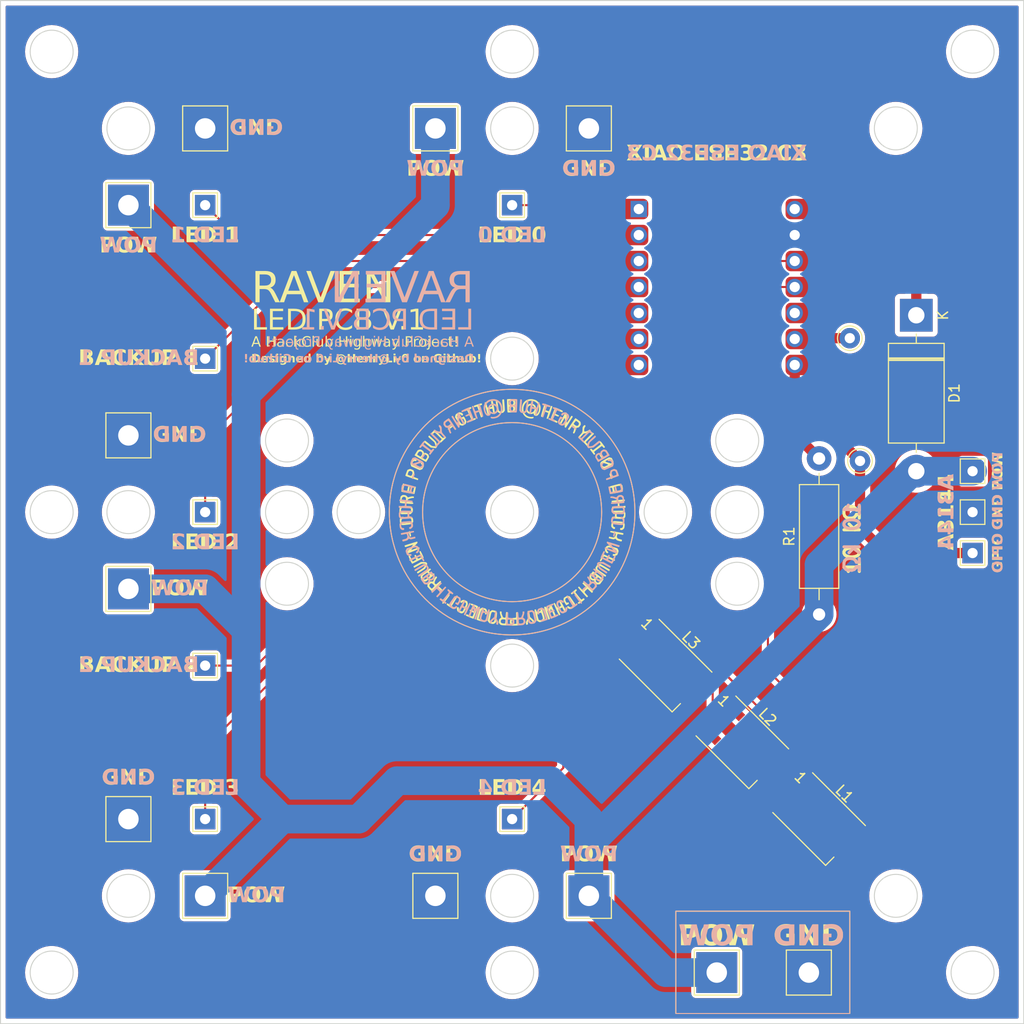
<source format=kicad_pcb>
(kicad_pcb (version 20240108) (generator "pcbnew") (generator_version "8.0")
  (layers (0 "F.Cu" signal) (31 "B.Cu" signal) (34 "B.Paste" user) (35 "F.Paste" user) (36 "B.SilkS" user "B.Silkscreen") (37 "F.SilkS" user "F.Silkscreen") (38 "B.Mask" user) (39 "F.Mask" user) (44 "Edge.Cuts" user))
  (net 0 "")
  (net 1 "Net-(D1-K)")
  (net 2 "A3114E POW")
  (net 3 "Net-(L1-DOUT)")
  (net 4 "+3V3")
  (net 5 "A3144E GND")
  (net 6 "SELF LED")
  (net 7 "Net-(L2-DOUT)")
  (net 8 "A3144E GPIO")
  (net 9 "LED_4")
  (net 10 "LED_3")
  (net 12 "LED_1")
  (net 13 "LED_2")
  (net 14 "LED_BACKUP_2")
  (net 15 "LED_0")
  (net 16 "LED_BACKUP_1")
  (net 18 "unconnected-(U1-PA7_A8_D8_SCK-Pad9)")
  (footprint "TestPoint:TestPoint_THTPad_4.0x4.0mm_Drill2.0mm" (layer "F.Cu") (at 112.5 70)
    (property "Reference" "REF**" (hide yes))
    (property "Value" "TestPoint_THTPad_4.0x4.0mm_Drill2.0mm" (hide yes))
    (pad "1" thru_hole rect (at 0 0) (size 4 4) (drill 2) (layers "*.Cu" "*.Mask") (net 2 "A3114E POW"))
  )
  (footprint "TestPoint:TestPoint_THTPad_4.0x4.0mm_Drill2.0mm" (layer "F.Cu") (at 112.5 92.5 90)
    (property "Reference" "REF**" (hide yes))
    (property "Value" "TestPoint_THTPad_4.0x4.0mm_Drill2.0mm" (hide yes))
    (pad "1" thru_hole rect (at 0 0 90) (size 4 4) (drill 2) (layers "*.Cu" "*.Mask") (net 5 "A3144E GND"))
  )
  (footprint "TestPoint:TestPoint_THTPad_4.0x4.0mm_Drill2.0mm" (layer "F.Cu") (at 142.5 137.5 180)
    (property "Reference" "REF**" (hide yes))
    (property "Value" "TestPoint_THTPad_4.0x4.0mm_Drill2.0mm" (hide yes))
    (pad "1" thru_hole rect (at 0 0 180) (size 4 4) (drill 2) (layers "*.Cu" "*.Mask") (net 5 "A3144E GND"))
  )
  (footprint "TestPoint:TestPoint_THTPad_D2.0mm_Drill1.0mm" (layer "F.Cu") (at 183 83)
    (property "Reference" "REF**" (hide yes))
    (property "Value" "TestPoint_THTPad_D2.0mm_Drill1.0mm" (hide yes))
    (pad "1" thru_hole circle (at 0 0) (size 2 2) (drill 1) (layers "*.Cu" "*.Mask") (net 18 "unconnected-(U1-PA7_A8_D8_SCK-Pad9)"))
  )
  (footprint "TestPoint:TestPoint_THTPad_4.0x4.0mm_Drill2.0mm" (layer "F.Cu") (at 157.5 137.5 180)
    (property "Reference" "REF**" (hide yes))
    (property "Value" "TestPoint_THTPad_4.0x4.0mm_Drill2.0mm" (hide yes))
    (pad "1" thru_hole rect (at 0 0 180) (size 4 4) (drill 2) (layers "*.Cu" "*.Mask") (net 2 "A3114E POW"))
  )
  (footprint "Resistor_THT:R_Axial_DIN0411_L9.9mm_D3.6mm_P15.24mm_Horizontal" (layer "F.Cu") (at 180 110 90)
    (property "Reference" "R1" (at 7.62 -2.92 90) (layer "F.SilkS"))
    (property "Value" "Resistor")
    (pad "1" thru_hole circle (at 0 0 90) (size 2.4 2.4) (drill 1.2) (layers "*.Cu" "*.Mask") (net 2 "A3114E POW"))
    (pad "2" thru_hole oval (at 15.24 0 90) (size 2.4 2.4) (drill 1.2) (layers "*.Cu" "*.Mask") (net 8 "A3144E GPIO"))
  )
  (footprint "TestPoint:TestPoint_THTPad_2.0x2.0mm_Drill1.0mm" (layer "F.Cu") (at 150 70)
    (property "Reference" "REF**" (hide yes))
    (property "Value" "TestPoint_THTPad_2.0x2.0mm_Drill1.0mm" (hide yes))
    (pad "1" thru_hole rect (at 0 0) (size 2 2) (drill 1) (layers "*.Cu" "*.Mask") (net 15 "LED_0"))
  )
  (footprint "TestPoint:TestPoint_THTPad_4.0x4.0mm_Drill2.0mm" (layer "F.Cu") (at 157.5 62.5)
    (property "Reference" "REF**" (hide yes))
    (property "Value" "TestPoint_THTPad_4.0x4.0mm_Drill2.0mm" (hide yes))
    (pad "1" thru_hole rect (at 0 0) (size 4 4) (drill 2) (layers "*.Cu" "*.Mask") (net 5 "A3144E GND"))
  )
  (footprint "TestPoint:TestPoint_THTPad_2.0x2.0mm_Drill1.0mm" (layer "F.Cu") (at 120 85)
    (property "Reference" "REF**" (hide yes))
    (property "Value" "TestPoint_THTPad_2.0x2.0mm_Drill1.0mm" (hide yes))
    (pad "1" thru_hole rect (at 0 0) (size 2 2) (drill 1) (layers "*.Cu" "*.Mask") (net 16 "LED_BACKUP_1"))
  )
  (footprint "TestPoint:TestPoint_THTPad_4.0x4.0mm_Drill2.0mm" (layer "F.Cu") (at 142.5 62.5)
    (property "Reference" "REF**" (hide yes))
    (property "Value" "TestPoint_THTPad_4.0x4.0mm_Drill2.0mm" (hide yes))
    (pad "1" thru_hole rect (at 0 0) (size 4 4) (drill 2) (layers "*.Cu" "*.Mask") (net 2 "A3114E POW"))
  )
  (footprint "TestPoint:TestPoint_THTPad_4.0x4.0mm_Drill2.0mm" (layer "F.Cu") (at 120 137.5 180)
    (property "Reference" "REF**" (hide yes))
    (property "Value" "TestPoint_THTPad_4.0x4.0mm_Drill2.0mm" (hide yes))
    (pad "1" thru_hole rect (at 0 0 180) (size 4 4) (drill 2) (layers "*.Cu" "*.Mask") (net 2 "A3114E POW"))
  )
  (footprint "ScottoKeebs_Components:LED_WS2812B" (layer "F.Cu") (at 165 115 -45)
    (property "Reference" "L3" (at 0 -3.5 135) (layer "F.SilkS"))
    (property "Value" "LED_WS2812B")
    (fp_text user "1" (at -4.15 -1.6 135) (layer "F.SilkS"))
    (pad "1" smd rect (at -2.45 -1.65 315) (size 1.5 0.9) (layers "F.Cu" "F.Paste" "F.Mask") (net 4 "+3V3"))
    (pad "2" smd rect (at -2.45 1.65 315) (size 1.5 0.9) (layers "F.Cu" "F.Paste" "F.Mask"))
    (pad "3" smd rect (at 2.45 1.65 315) (size 1.5 0.9) (layers "F.Cu" "F.Paste" "F.Mask") (net 5 "A3144E GND"))
    (pad "4" smd rect (at 2.45 -1.65 315) (size 1.5 0.9) (layers "F.Cu" "F.Paste" "F.Mask") (net 7 "Net-(L2-DOUT)"))
  )
  (footprint "TestPoint:TestPoint_THTPad_4.0x4.0mm_Drill2.0mm" (layer "F.Cu") (at 179 145 180)
    (property "Reference" "REF**" (hide yes))
    (property "Value" "TestPoint_THTPad_4.0x4.0mm_Drill2.0mm" (hide yes))
    (pad "1" thru_hole rect (at 0 0 180) (size 4 4) (drill 2) (layers "*.Cu" "*.Mask") (net 5 "A3144E GND"))
  )
  (footprint "Diode_THT:D_DO-201AD_P15.24mm_Horizontal" (layer "F.Cu") (at 189.5 80.76 -90)
    (property "Reference" "D1" (at 7.62 -3.72 90) (layer "F.SilkS"))
    (property "Value" "1N5822")
    (fp_text user "K" (at 0 -2.6 90) (layer "F.SilkS"))
    (pad "1" thru_hole rect (at 0 0 270) (size 3.2 3.2) (drill 1.6) (layers "*.Cu" "*.Mask") (net 1 "Net-(D1-K)"))
    (pad "2" thru_hole oval (at 15.24 0 270) (size 3.2 3.2) (drill 1.6) (layers "*.Cu" "*.Mask") (net 2 "A3114E POW"))
  )
  (footprint "TestPoint:TestPoint_THTPad_2.0x2.0mm_Drill1.0mm" (layer "F.Cu") (at 120 115)
    (property "Reference" "REF**" (hide yes))
    (property "Value" "TestPoint_THTPad_2.0x2.0mm_Drill1.0mm" (hide yes))
    (pad "1" thru_hole rect (at 0 0) (size 2 2) (drill 1) (layers "*.Cu" "*.Mask") (net 14 "LED_BACKUP_2"))
  )
  (footprint "ScottoKeebs_Components:LED_WS2812B" (layer "F.Cu") (at 172.5 122.5 -45)
    (property "Reference" "L2" (at 0 -3.5 135) (layer "F.SilkS"))
    (property "Value" "LED_WS2812B")
    (fp_text user "1" (at -4.15 -1.6 135) (layer "F.SilkS"))
    (pad "1" smd rect (at -2.45 -1.65 315) (size 1.5 0.9) (layers "F.Cu" "F.Paste" "F.Mask") (net 4 "+3V3"))
    (pad "2" smd rect (at -2.45 1.65 315) (size 1.5 0.9) (layers "F.Cu" "F.Paste" "F.Mask") (net 7 "Net-(L2-DOUT)"))
    (pad "3" smd rect (at 2.45 1.65 315) (size 1.5 0.9) (layers "F.Cu" "F.Paste" "F.Mask") (net 5 "A3144E GND"))
    (pad "4" smd rect (at 2.45 -1.65 315) (size 1.5 0.9) (layers "F.Cu" "F.Paste" "F.Mask") (net 3 "Net-(L1-DOUT)"))
  )
  (footprint "TestPoint:TestPoint_THTPad_4.0x4.0mm_Drill2.0mm" (layer "F.Cu") (at 112.5 130 180)
    (property "Reference" "REF**" (hide yes))
    (property "Value" "TestPoint_THTPad_4.0x4.0mm_Drill2.0mm" (hide yes))
    (pad "1" thru_hole rect (at 0 0 180) (size 4 4) (drill 2) (layers "*.Cu" "*.Mask") (net 5 "A3144E GND"))
  )
  (footprint "TestPoint:TestPoint_THTPad_2.0x2.0mm_Drill1.0mm" (layer "F.Cu") (at 150 130 180)
    (property "Reference" "REF**" (hide yes))
    (property "Value" "TestPoint_THTPad_2.0x2.0mm_Drill1.0mm" (hide yes))
    (pad "1" thru_hole rect (at 0 0 180) (size 2 2) (drill 1) (layers "*.Cu" "*.Mask") (net 9 "LED_4"))
  )
  (footprint "ScottoKeebs_Components:LED_WS2812B" (layer "F.Cu") (at 180 130 -45)
    (property "Reference" "L1" (at 0 -3.5 135) (layer "F.SilkS"))
    (property "Value" "LED_WS2812B")
    (fp_text user "1" (at -4.15 -1.6 135) (layer "F.SilkS"))
    (pad "1" smd rect (at -2.45 -1.65 315) (size 1.5 0.9) (layers "F.Cu" "F.Paste" "F.Mask") (net 4 "+3V3"))
    (pad "2" smd rect (at -2.45 1.65 315) (size 1.5 0.9) (layers "F.Cu" "F.Paste" "F.Mask") (net 3 "Net-(L1-DOUT)"))
    (pad "3" smd rect (at 2.45 1.65 315) (size 1.5 0.9) (layers "F.Cu" "F.Paste" "F.Mask") (net 5 "A3144E GND"))
    (pad "4" smd rect (at 2.45 -1.65 315) (size 1.5 0.9) (layers "F.Cu" "F.Paste" "F.Mask") (net 6 "SELF LED"))
  )
  (footprint "TestPoint:TestPoint_THTPad_2.0x2.0mm_Drill1.0mm" (layer "F.Cu") (at 120 100 90)
    (property "Reference" "REF**" (hide yes))
    (property "Value" "TestPoint_THTPad_2.0x2.0mm_Drill1.0mm" (hide yes))
    (pad "1" thru_hole rect (at 0 0 90) (size 2 2) (drill 1) (layers "*.Cu" "*.Mask") (net 13 "LED_2"))
  )
  (footprint "TestPoint:TestPoint_THTPad_4.0x4.0mm_Drill2.0mm" (layer "F.Cu") (at 170 145 180)
    (property "Reference" "REF**" (hide yes))
    (property "Value" "TestPoint_THTPad_4.0x4.0mm_Drill2.0mm" (hide yes))
    (pad "1" thru_hole rect (at 0 0 180) (size 4 4) (drill 2) (layers "*.Cu" "*.Mask") (net 2 "A3114E POW"))
  )
  (footprint "TestPoint:TestPoint_THTPad_2.0x2.0mm_Drill1.0mm" (layer "F.Cu") (at 195 96 180)
    (property "Reference" "REF**" (hide yes))
    (property "Value" "TestPoint_THTPad_2.0x2.0mm_Drill1.0mm" (hide yes))
    (pad "1" thru_hole rect (at 0 0 180) (size 2 2) (drill 1) (layers "*.Cu" "*.Mask") (net 2 "A3114E POW"))
  )
  (footprint "TestPoint:TestPoint_THTPad_2.0x2.0mm_Drill1.0mm" (layer "F.Cu") (at 120 70)
    (property "Reference" "REF**" (hide yes))
    (property "Value" "TestPoint_THTPad_2.0x2.0mm_Drill1.0mm" (hide yes))
    (pad "1" thru_hole rect (at 0 0) (size 2 2) (drill 1) (layers "*.Cu" "*.Mask") (net 12 "LED_1"))
  )
  (footprint "ScottoKeebs_MCU:Seeed_XIAO_RP2040" (layer "F.Cu") (at 170 78)
    (property "Reference" "U1" (hide yes))
    (property "Value" "MCU_Seeed_XIAO_ESP32-C3")
    (pad "1" smd roundrect (at -8.065 -7.62) (size 2.75 2) (layers "F.Cu" "F.Paste" "F.Mask") (net 15 "LED_0"))
    (pad "1" thru_hole rect (at -7.62 -7.62 90) (size 1.6 1.6) (drill 1) (layers "*.Cu" "*.Mask") (net 15 "LED_0"))
    (pad "2" smd roundrect (at -8.065 -5.08) (size 2.75 2) (layers "F.Cu" "F.Paste" "F.Mask") (net 12 "LED_1"))
    (pad "2" thru_hole circle (at -7.62 -5.08 90) (size 1.6 1.6) (drill 1) (layers "*.Cu" "*.Mask") (net 12 "LED_1"))
    (pad "3" smd roundrect (at -8.065 -2.54) (size 2.75 2) (layers "F.Cu" "F.Paste" "F.Mask") (net 16 "LED_BACKUP_1"))
    (pad "3" thru_hole circle (at -7.62 -2.54 90) (size 1.6 1.6) (drill 1) (layers "*.Cu" "*.Mask") (net 16 "LED_BACKUP_1"))
    (pad "4" smd roundrect (at -8.065 0) (size 2.75 2) (layers "F.Cu" "F.Paste" "F.Mask") (net 13 "LED_2"))
    (pad "4" thru_hole circle (at -7.62 0 90) (size 1.6 1.6) (drill 1) (layers "*.Cu" "*.Mask") (net 13 "LED_2"))
    (pad "5" smd roundrect (at -8.065 2.54) (size 2.75 2) (layers "F.Cu" "F.Paste" "F.Mask") (net 14 "LED_BACKUP_2"))
    (pad "5" thru_hole circle (at -7.62 2.54 90) (size 1.6 1.6) (drill 1) (layers "*.Cu" "*.Mask") (net 14 "LED_BACKUP_2"))
    (pad "6" smd roundrect (at -8.065 5.08) (size 2.75 2) (layers "F.Cu" "F.Paste" "F.Mask") (net 10 "LED_3"))
    (pad "6" thru_hole circle (at -7.62 5.08 90) (size 1.6 1.6) (drill 1) (layers "*.Cu" "*.Mask") (net 10 "LED_3"))
    (pad "7" smd roundrect (at -8.065 7.62) (size 2.75 2) (layers "F.Cu" "F.Paste" "F.Mask") (net 9 "LED_4"))
    (pad "7" thru_hole circle (at -7.62 7.62 90) (size 1.6 1.6) (drill 1) (layers "*.Cu" "*.Mask") (net 9 "LED_4"))
    (pad "8" thru_hole circle (at 7.62 7.62 90) (size 1.6 1.6) (drill 1) (layers "*.Cu" "*.Mask") (net 8 "A3144E GPIO"))
    (pad "8" smd roundrect (at 8.1 7.62) (size 2.75 2) (layers "F.Cu" "F.Paste" "F.Mask") (net 8 "A3144E GPIO"))
    (pad "9" thru_hole circle (at 7.62 5.08 90) (size 1.6 1.6) (drill 1) (layers "*.Cu" "*.Mask") (net 18 "unconnected-(U1-PA7_A8_D8_SCK-Pad9)"))
    (pad "9" smd roundrect (at 8.1 5.08) (size 2.75 2) (layers "F.Cu" "F.Paste" "F.Mask") (net 18 "unconnected-(U1-PA7_A8_D8_SCK-Pad9)"))
    (pad "10" thru_hole circle (at 7.62 2.54 90) (size 1.6 1.6) (drill 1) (layers "*.Cu" "*.Mask"))
    (pad "10" smd roundrect (at 8.1 2.54) (size 2.75 2) (layers "F.Cu" "F.Paste" "F.Mask"))
    (pad "11" thru_hole circle (at 7.62 0 90) (size 1.6 1.6) (drill 1) (layers "*.Cu" "*.Mask") (net 6 "SELF LED"))
    (pad "11" smd roundrect (at 8.1 0) (size 2.75 2) (layers "F.Cu" "F.Paste" "F.Mask") (net 6 "SELF LED"))
    (pad "12" thru_hole circle (at 7.62 -2.54 90) (size 1.6 1.6) (drill 1) (layers "*.Cu" "*.Mask") (net 4 "+3V3"))
    (pad "12" smd roundrect (at 8.1 -2.54) (size 2.75 2) (layers "F.Cu" "F.Paste" "F.Mask") (net 4 "+3V3"))
    (pad "13" thru_hole circle (at 7.62 -5.08 90) (size 1.6 1.6) (drill 1) (layers "*.Cu" "*.Mask") (net 5 "A3144E GND"))
    (pad "13" smd roundrect (at 8.1 -5.08) (size 2.75 2) (layers "F.Cu" "F.Paste" "F.Mask") (net 5 "A3144E GND"))
    (pad "14" thru_hole circle (at 7.62 -7.62 90) (size 1.6 1.6) (drill 1) (layers "*.Cu" "*.Mask") (net 1 "Net-(D1-K)"))
    (pad "14" smd roundrect (at 8.1 -7.62) (size 2.75 2) (layers "F.Cu" "F.Paste" "F.Mask") (net 1 "Net-(D1-K)"))
  )
  (footprint "TestPoint:TestPoint_THTPad_2.0x2.0mm_Drill1.0mm" (layer "F.Cu") (at 195 104 180)
    (property "Reference" "REF**" (hide yes))
    (property "Value" "TestPoint_THTPad_2.0x2.0mm_Drill1.0mm" (hide yes))
    (pad "1" thru_hole rect (at 0 0 180) (size 2 2) (drill 1) (layers "*.Cu" "*.Mask") (net 8 "A3144E GPIO"))
  )
  (footprint "TestPoint:TestPoint_THTPad_2.0x2.0mm_Drill1.0mm" (layer "F.Cu") (at 120 130 180)
    (property "Reference" "REF**" (hide yes))
    (property "Value" "TestPoint_THTPad_2.0x2.0mm_Drill1.0mm" (hide yes))
    (pad "1" thru_hole rect (at 0 0 180) (size 2 2) (drill 1) (layers "*.Cu" "*.Mask") (net 10 "LED_3"))
  )
  (footprint "TestPoint:TestPoint_THTPad_2.0x2.0mm_Drill1.0mm" (layer "F.Cu") (at 195 100 180)
    (property "Reference" "REF**" (hide yes))
    (property "Value" "TestPoint_THTPad_2.0x2.0mm_Drill1.0mm" (hide yes))
    (pad "1" thru_hole rect (at 0 0 180) (size 2 2) (drill 1) (layers "*.Cu" "*.Mask") (net 5 "A3144E GND"))
  )
  (footprint "TestPoint:TestPoint_THTPad_4.0x4.0mm_Drill2.0mm" (layer "F.Cu") (at 120 62.5)
    (property "Reference" "REF**" (hide yes))
    (property "Value" "TestPoint_THTPad_4.0x4.0mm_Drill2.0mm" (hide yes))
    (pad "1" thru_hole rect (at 0 0) (size 4 4) (drill 2) (layers "*.Cu" "*.Mask") (net 5 "A3144E GND"))
  )
  (footprint "LOGO" (layer "F.Cu") (at 150 100 45)
    (property "Reference" "G***" (hide yes))
    (property "Value" "LOGO" (hide yes))
  )
  (footprint "TestPoint:TestPoint_THTPad_4.0x4.0mm_Drill2.0mm" (layer "F.Cu") (at 112.5 107.5 90)
    (property "Reference" "REF**" (hide yes))
    (property "Value" "TestPoint_THTPad_4.0x4.0mm_Drill2.0mm" (hide yes))
    (pad "1" thru_hole rect (at 0 0 90) (size 4 4) (drill 2) (layers "*.Cu" "*.Mask") (net 2 "A3114E POW"))
  )
  (footprint "TestPoint:TestPoint_THTPad_D2.0mm_Drill1.0mm" (layer "F.Cu") (at 184 95)
    (property "Reference" "REF**" (hide yes))
    (property "Value" "TestPoint_THTPad_D2.0mm_Drill1.0mm" (hide yes))
    (pad "1" thru_hole circle (at 0 0) (size 2 2) (drill 1) (layers "*.Cu" "*.Mask") (net 8 "A3144E GPIO"))
  )
  (footprint "LOGO" (layer "B.Cu") (at 150 100 135)
    (property "Reference" "G***" (hide yes))
    (property "Value" "LOGO" (hide yes))
  )
  (gr_circle (center 150 100) (end 141.25 100) (stroke (width 0.1)) (fill none) (layer "B.SilkS"))
  (gr_circle (center 150 100) (end 138 100) (stroke (width 0.1)) (fill none) (layer "B.SilkS"))
  (gr_rect (start 166 139) (end 183 149) (stroke (width 0.1)) (fill none) (layer "B.SilkS"))
  (gr_rect (start 166 139) (end 183 149) (stroke (width 0.1)) (fill none) (layer "F.SilkS"))
  (gr_circle (center 150 100) (end 162 100) (stroke (width 0.1)) (fill none) (layer "F.SilkS"))
  (gr_circle (center 150 100) (end 158.75 100) (stroke (width 0.1)) (fill none) (layer "F.SilkS"))
  (gr_circle (center 112.5 62.5) (end 114.6 62.5) (stroke (width 0.1)) (fill none) (layer "Edge.Cuts"))
  (gr_circle (center 150 145) (end 152.1 145) (stroke (width 0.1)) (fill none) (layer "Edge.Cuts"))
  (gr_circle (center 165 100) (end 167.1 100) (stroke (width 0.1)) (fill none) (layer "Edge.Cuts"))
  (gr_circle (center 150 55) (end 152.1 55) (stroke (width 0.1)) (fill none) (layer "Edge.Cuts"))
  (gr_circle (center 105 100) (end 107.1 100) (stroke (width 0.1)) (fill none) (layer "Edge.Cuts"))
  (gr_circle (center 187.5 62.5) (end 185.4 62.5) (stroke (width 0.1)) (fill none) (layer "Edge.Cuts"))
  (gr_circle (center 112.5 100) (end 114.6 100) (stroke (width 0.1)) (fill none) (layer "Edge.Cuts"))
  (gr_circle (center 150 100) (end 152.1 100) (stroke (width 0.1)) (fill none) (layer "Edge.Cuts"))
  (gr_circle (center 135 100) (end 137.1 100) (stroke (width 0.1)) (fill none) (layer "Edge.Cuts"))
  (gr_circle (center 150 115) (end 150 112.9) (stroke (width 0.1)) (fill none) (layer "Edge.Cuts"))
  (gr_circle (center 172 93) (end 174.1 93) (stroke (width 0.1)) (fill none) (layer "Edge.Cuts"))
  (gr_circle (center 105 55) (end 107.1 55) (stroke (width 0.1)) (fill none) (layer "Edge.Cuts"))
  (gr_circle (center 150 137.5) (end 152.1 137.5) (stroke (width 0.1)) (fill none) (layer "Edge.Cuts"))
  (gr_circle (center 112.5 137.5) (end 114.6 137.5) (stroke (width 0.1)) (fill none) (layer "Edge.Cuts"))
  (gr_circle (center 128 100) (end 130.1 100) (stroke (width 0.1)) (fill none) (layer "Edge.Cuts"))
  (gr_circle (center 195 55) (end 192.9 55) (stroke (width 0.1)) (fill none) (layer "Edge.Cuts"))
  (gr_circle (center 150 62.5) (end 152.1 62.5) (stroke (width 0.1)) (fill none) (layer "Edge.Cuts"))
  (gr_circle (center 172 100) (end 174.1 100) (stroke (width 0.1)) (fill none) (layer "Edge.Cuts"))
  (gr_circle (center 128 93) (end 130.1 93) (stroke (width 0.1)) (fill none) (layer "Edge.Cuts"))
  (gr_circle (center 172 107) (end 174.1 107) (stroke (width 0.1)) (fill none) (layer "Edge.Cuts"))
  (gr_circle (center 105 145) (end 107.1 145) (stroke (width 0.1)) (fill none) (layer "Edge.Cuts"))
  (gr_circle (center 150 85) (end 150 82.9) (stroke (width 0.1)) (fill none) (layer "Edge.Cuts"))
  (gr_rect (start 100 50) (end 200 150) (stroke (width 0.1)) (fill none) (layer "Edge.Cuts"))
  (gr_circle (center 195 145) (end 195 142.9) (stroke (width 0.1)) (fill none) (layer "Edge.Cuts"))
  (gr_circle (center 187.5 137.5) (end 187.5 135.4) (stroke (width 0.1)) (fill none) (layer "Edge.Cuts"))
  (gr_circle (center 128 107) (end 130.1 107) (stroke (width 0.1)) (fill none) (layer "Edge.Cuts"))
  (gr_text "GPIO" (at 197.5 104 90) (layer "B.SilkS") (effects (font (size 1 1) (thickness 0.25) (bold yes)) (justify mirror)))
  (gr_text "POW" (at 117.5 107.5 -0) (layer "B.SilkS") (effects (font (size 1.5 1.5) (thickness 0.3) (bold yes)) (justify mirror)))
  (gr_text "BACKUP 2" (at 113.5 115 -0) (layer "B.SilkS") (effects (font (size 1.5 1.5) (thickness 0.3) (bold yes)) (justify mirror)))
  (gr_text "GND" (at 179 141.5 -0) (layer "B.SilkS") (effects (font (size 2 2) (thickness 0.3) (bold yes)) (justify mirror)))
  (gr_text "POW" (at 112.5 74 -0) (layer "B.SilkS") (effects (font (size 1.5 1.5) (thickness 0.3) (bold yes)) (justify mirror)))
  (gr_text "A HackClub Highway Project!" (at 146.270048 84 -0) (layer "B.SilkS") (effects (font (size 1 1) (thickness 0.1)) (justify left bottom mirror)))
  (gr_text "LED 2" (at 120 103 -0) (layer "B.SilkS") (effects (font (size 1.5 1.5) (thickness 0.3) (bold yes)) (justify mirror)))
  (gr_text "POW" (at 157.5 133.5 -0) (layer "B.SilkS") (effects (font (size 1.5 1.5) (thickness 0.3) (bold yes)) (justify mirror)))
  (gr_text "POW" (at 197.5 96 90) (layer "B.SilkS") (effects (font (size 1 1) (thickness 0.25) (bold yes)) (justify mirror)))
  (gr_text "GND" (at 117.5 92.5 -0) (layer "B.SilkS") (effects (font (size 1.5 1.5) (thickness 0.3) (bold yes)) (justify mirror)))
  (gr_text "LED 0" (at 150 73 -0) (layer "B.SilkS") (effects (font (size 1.5 1.5) (thickness 0.3) (bold yes)) (justify mirror)))
  (gr_text "LED 1" (at 120 73 -0) (layer "B.SilkS") (effects (font (size 1.5 1.5) (thickness 0.3) (bold yes)) (justify mirror)))
  (gr_text "GND" (at 112.5 126 -0) (layer "B.SilkS") (effects (font (size 1.5 1.5) (thickness 0.3) (bold yes)) (justify mirror)))
  (gr_text "XIAO ESP32 C3" (at 170 65 -0) (layer "B.SilkS") (effects (font (size 1.5 1.5) (thickness 0.3) (bold yes)) (justify mirror)))
  (gr_text "LED 3" (at 120 127 -0) (layer "B.SilkS") (effects (font (size 1.5 1.5) (thickness 0.3) (bold yes)) (justify mirror)))
  (gr_text "POW" (at 125 137.5 -0) (layer "B.SilkS") (effects (font (size 1.5 1.5) (thickness 0.3) (bold yes)) (justify mirror)))
  (gr_text "A3144" (at 192.5 100 90) (layer "B.SilkS") (effects (font (size 1.5 1.5) (thickness 0.3) (bold yes)) (justify mirror)))
  (gr_text "GND" (at 197.5 100 90) (layer "B.SilkS") (effects (font (size 1 1) (thickness 0.25) (bold yes)) (justify mirror)))
  (gr_text "LED PCB V.1" (at 146.270048 82.5 0) (layer "B.SilkS") (effects (font (size 2 2) (thickness 0.1)) (justify left bottom mirror)))
  (gr_text "GND" (at 142.5 133.5 -0) (layer "B.SilkS") (effects (font (size 1.5 1.5) (thickness 0.3) (bold yes)) (justify mirror)))
  (gr_text "GND" (at 125 62.5 -0) (layer "B.SilkS") (effects (font (size 1.5 1.5) (thickness 0.3) (bold yes)) (justify mirror)))
  (gr_text "POW" (at 170 141.5 -0) (layer "B.SilkS") (effects (font (size 2 2) (thickness 0.3) (bold yes)) (justify mirror)))
  (gr_text "BACKUP 1" (at 113.5 85 -0) (layer "B.SilkS") (effects (font (size 1.5 1.5) (thickness 0.3) (bold yes)) (justify mirror)))
  (gr_text "LED 4" (at 150 127 -0) (layer "B.SilkS") (effects (font (size 1.5 1.5) (thickness 0.3) (bold yes)) (justify mirror)))
  (gr_text "Designed by @HenryLi-0 on Github!" (at 146.270048 85.5 -0) (layer "B.SilkS") (effects (font (size 0.8 0.8) (thickness 0.1875) (bold yes)) (justify left bottom mirror)))
  (gr_text "10 kΩ" (at 183.25 102.5 90) (layer "B.SilkS") (effects (font (size 1.5 1.5) (thickness 0.3) (bold yes)) (justify mirror)))
  (gr_text "RAVEN" (at 146.270048 80 -0) (layer "B.SilkS") (effects (font (size 3 3) (thickness 0.1)) (justify left bottom mirror)))
  (gr_text "POW" (at 142.5 66.5 -0) (layer "B.SilkS") (effects (font (size 1.5 1.5) (thickness 0.3) (bold yes)) (justify mirror)))
  (gr_text "GND" (at 157.5 66.5 -0) (layer "B.SilkS") (effects (font (size 1.5 1.5) (thickness 0.3) (bold yes)) (justify mirror)))
  (gr_text "GND" (at 197.5 100 90) (layer "F.SilkS") (effects (font (size 1 1) (thickness 0.25) (bold yes))))
  (gr_text "LED 3" (at 120 127 0) (layer "F.SilkS") (effects (font (size 1.5 1.5) (thickness 0.3) (bold yes))))
  (gr_text "LED PCB V.1" (at 124.5 82.5 0) (layer "F.SilkS") (effects (font (size 2 2) (thickness 0.1)) (justify left bottom)))
  (gr_text "RAVEN" (at 124.5 80 0) (layer "F.SilkS") (effects (font (size 3 3) (thickness 0.1)) (justify left bottom)))
  (gr_text "POW" (at 157.5 133.5 0) (layer "F.SilkS") (effects (font (size 1.5 1.5) (thickness 0.3) (bold yes))))
  (gr_text "XIAO ESP32 C3" (at 170 65 0) (layer "F.SilkS") (effects (font (size 1.5 1.5) (thickness 0.3) (bold yes))))
  (gr_text "POW" (at 170 141.5 0) (layer "F.SilkS") (effects (font (size 2 2) (thickness 0.3) (bold yes))))
  (gr_text "LED 1" (at 120 73 0) (layer "F.SilkS") (effects (font (size 1.5 1.5) (thickness 0.3) (bold yes))))
  (gr_text "10 kΩ" (at 183.25 102.62 90) (layer "F.SilkS") (effects (font (size 1.5 1.5) (thickness 0.3) (bold yes))))
  (gr_text "GND" (at 157.5 66.5 0) (layer "F.SilkS") (effects (font (size 1.5 1.5) (thickness 0.3) (bold yes))))
  (gr_text "LED 4" (at 150 127 0) (layer "F.SilkS") (effects (font (size 1.5 1.5) (thickness 0.3) (bold yes))))
  (gr_text "BACKUP 1" (at 113.5 85 0) (layer "F.SilkS") (effects (font (size 1.5 1.5) (thickness 0.3) (bold yes))))
  (gr_text "Designed by @HenryLi-0 on Github!" (at 124.5 85.5 0) (layer "F.SilkS") (effects (font (size 0.8 0.8) (thickness 0.1875) (bold yes)) (justify left bottom)))
  (gr_text "A3144" (at 192.5 100 90) (layer "F.SilkS") (effects (font (size 1.5 1.5) (thickness 0.3) (bold yes))))
  (gr_text "GND" (at 112.5 126 0) (layer "F.SilkS") (effects (font (size 1.5 1.5) (thickness 0.3) (bold yes))))
  (gr_text "GPIO" (at 197.5 104 90) (layer "F.SilkS") (effects (font (size 1 1) (thickness 0.25) (bold yes))))
  (gr_text "GND" (at 179 141.5 0) (layer "F.SilkS") (effects (font (size 2 2) (thickness 0.3) (bold yes))))
  (gr_text "LED 0" (at 150 73 0) (layer "F.SilkS") (effects (font (size 1.5 1.5) (thickness 0.3) (bold yes))))
  (gr_text "LED 2" (at 120 103 0) (layer "F.SilkS") (effects (font (size 1.5 1.5) (thickness 0.3) (bold yes))))
  (gr_text "POW" (at 125 137.5 0) (layer "F.SilkS") (effects (font (size 1.5 1.5) (thickness 0.3) (bold yes))))
  (gr_text "GND" (at 142.5 133.5 0) (layer "F.SilkS") (effects (font (size 1.5 1.5) (thickness 0.3) (bold yes))))
  (gr_text "A HackClub Highway Project!" (at 124.5 84 0) (layer "F.SilkS") (effects (font (size 1 1) (thickness 0.1)) (justify left bottom)))
  (gr_text "GND" (at 125 62.5 0) (layer "F.SilkS") (effects (font (size 1.5 1.5) (thickness 0.3) (bold yes))))
  (gr_text "POW" (at 112.5 74 0) (layer "F.SilkS") (effects (font (size 1.5 1.5) (thickness 0.3) (bold yes))))
  (gr_text "POW" (at 117.5 107.5 0) (layer "F.SilkS") (effects (font (size 1.5 1.5) (thickness 0.3) (bold yes))))
  (gr_text "GND" (at 117.5 92.5 0) (layer "F.SilkS") (effects (font (size 1.5 1.5) (thickness 0.3) (bold yes))))
  (gr_text "POW" (at 142.5 66.5 0) (layer "F.SilkS") (effects (font (size 1.5 1.5) (thickness 0.3) (bold yes))))
  (gr_text "BACKUP 2" (at 113.5 115 0) (layer "F.SilkS") (effects (font (size 1.5 1.5) (thickness 0.3) (bold yes))))
  (gr_text "POW" (at 197.5 96 90) (layer "F.SilkS") (effects (font (size 1 1) (thickness 0.25) (bold yes))))
  (segment (start 184.38 70.38) (end 189.5 75.5) (width 1) (layer "F.Cu") (net 1))
  (segment (start 189.5 75.5) (end 189.5 80.76) (width 1) (layer "F.Cu") (net 1))
  (segment (start 178.1 70.38) (end 184.38 70.38) (width 1) (layer "F.Cu") (net 1))
  (segment (start 127.5 130) (end 135 130) (width 2.8) (layer "B.Cu") (net 2))
  (segment (start 124 126.5) (end 124 88.5) (width 2.8) (layer "B.Cu") (net 2))
  (segment (start 127.5 130) (end 124 126.5) (width 2.8) (layer "B.Cu") (net 2))
  (segment (start 153.75 126.25) (end 157.5 130) (width 2.8) (layer "B.Cu") (net 2))
  (segment (start 124 88.5) (end 127.5 85) (width 2.8) (layer "B.Cu") (net 2))
  (segment (start 124 81.5) (end 112.5 70) (width 2.8) (layer "B.Cu") (net 2))
  (segment (start 112.5 107.5) (end 120 107.5) (width 2.8) (layer "B.Cu") (net 2))
  (segment (start 127.5 130) (end 120 137.5) (width 2.8) (layer "B.Cu") (net 2))
  (segment (start 157.5 137.5) (end 157.5 130) (width 2.8) (layer "B.Cu") (net 2))
  (segment (start 138.75 126.25) (end 153.75 126.25) (width 2.8) (layer "B.Cu") (net 2))
  (segment (start 157.5 132.5) (end 180 110) (width 2.8) (layer "B.Cu") (net 2))
  (segment (start 127.5 85) (end 142.5 70) (width 2.8) (layer "B.Cu") (net 2))
  (segment (start 180 105.12) (end 189.12 96) (width 2.8) (layer "B.Cu") (net 2))
  (segment (start 142.5 70) (end 142.5 62.5) (width 2.8) (layer "B.Cu") (net 2))
  (segment (start 189.12 96) (end 195 96) (width 2.8) (layer "B.Cu") (net 2))
  (segment (start 180 110) (end 180 105.12) (width 2.8) (layer "B.Cu") (net 2))
  (segment (start 124 88.5) (end 124 81.5) (width 2.8) (layer "B.Cu") (net 2))
  (segment (start 120 107.5) (end 124 111.5) (width 2.8) (layer "B.Cu") (net 2))
  (segment (start 157.5 137.5) (end 165 145) (width 2.8) (layer "B.Cu") (net 2))
  (segment (start 165 145) (end 170 145) (width 2.8) (layer "B.Cu") (net 2))
  (segment (start 135 130) (end 138.75 126.25) (width 2.8) (layer "B.Cu") (net 2))
  (segment (start 175.399138 123.065685) (end 177.100862 124.767409) (width 0.2) (layer "F.Cu") (net 3))
  (segment (start 177.100862 124.767409) (end 177.100862 129.434315) (width 0.2) (layer "F.Cu") (net 3))
  (segment (start 177.62 75.46) (end 173.54 75.46) (width 0.2) (layer "F.Cu") (net 4))
  (segment (start 170 115) (end 167.5 112.5) (width 0.2) (layer "F.Cu") (net 4))
  (segment (start 179.434315 124.434315) (end 170 115) (width 0.2) (layer "F.Cu") (net 4))
  (segment (start 179.434315 127.100862) (end 179.434315 124.434315) (width 0.2) (layer "F.Cu") (net 4))
  (segment (start 171.934315 116.934315) (end 170 115) (width 0.2) (layer "F.Cu") (net 4))
  (segment (start 171.934315 119.600862) (end 171.934315 116.934315) (width 0.2) (layer "F.Cu") (net 4))
  (segment (start 164.434315 112.100862) (end 167.100862 112.100862) (width 0.2) (layer "F.Cu") (net 4))
  (segment (start 167.100862 105.149138) (end 167.100862 112.100862) (width 0.2) (layer "F.Cu") (net 4))
  (segment (start 168.5 103.75) (end 167.100862 105.149138) (width 0.2) (layer "F.Cu") (net 4))
  (segment (start 173.54 75.46) (end 168.5 80.5) (width 0.2) (layer "F.Cu") (net 4))
  (segment (start 167.100862 112.100862) (end 167.5 112.5) (width 0.2) (layer "F.Cu") (net 4))
  (segment (start 168.5 80.5) (end 168.5 103.75) (width 0.2) (layer "F.Cu") (net 4))
  (segment (start 160 115) (end 160 97) (width 0.2) (layer "F.Cu") (net 5))
  (segment (start 170.399138 125.399138) (end 173.065685 125.399138) (width 0.2) (layer "F.Cu") (net 5))
  (segment (start 166 91) (end 166 78) (width 0.2) (layer "F.Cu") (net 5))
  (segment (start 189 100) (end 186 97) (width 0.2) (layer "F.Cu") (net 5))
  (segment (start 163 118) (end 160 115) (width 0.2) (layer "F.Cu") (net 5))
  (segment (start 163 118) (end 162.899138 117.899138) (width 0.2) (layer "F.Cu") (net 5))
  (segment (start 165.565685 117.899138) (end 162.899138 117.899138) (width 0.2) (layer "F.Cu") (net 5))
  (segment (start 186 78) (end 180.92 72.92) (width 0.2) (layer "F.Cu") (net 5))
  (segment (start 170.399138 125.399138) (end 163 118) (width 0.2) (layer "F.Cu") (net 5))
  (segment (start 171.08 72.92) (end 177.62 72.92) (width 0.2) (layer "F.Cu") (net 5))
  (segment (start 180.92 72.92) (end 177.62 72.92) (width 0.2) (layer "F.Cu") (net 5))
  (segment (start 195 100) (end 189 100) (width 0.2) (layer "F.Cu") (net 5))
  (segment (start 186 97) (end 186 78) (width 0.2) (layer "F.Cu") (net 5))
  (segment (start 160 97) (end 166 91) (width 0.2) (layer "F.Cu") (net 5))
  (segment (start 177.899138 132.899138) (end 170.399138 125.399138) (width 0.2) (layer "F.Cu") (net 5))
  (segment (start 166 78) (end 171.08 72.92) (width 0.2) (layer "F.Cu") (net 5))
  (segment (start 180.565685 132.899138) (end 177.899138 132.899138) (width 0.2) (layer "F.Cu") (net 5))
  (segment (start 176 78) (end 175 79) (width 0.2) (layer "F.Cu") (net 6))
  (segment (start 182.899138 123.399138) (end 182.899138 130.565685) (width 0.2) (layer "F.Cu") (net 6))
  (segment (start 175 115.5) (end 182.899138 123.399138) (width 0.2) (layer "F.Cu") (net 6))
  (segment (start 175 79) (end 175 115.5) (width 0.2) (layer "F.Cu") (net 6))
  (segment (start 177.62 78) (end 176 78) (width 0.2) (layer "F.Cu") (net 6))
  (segment (start 169.600862 117.267409) (end 169.600862 121.934315) (width 0.2) (layer "F.Cu") (net 7))
  (segment (start 167.899138 115.565685) (end 169.600862 117.267409) (width 0.2) (layer "F.Cu") (net 7))
  (segment (start 184 101.5) (end 184 95) (width 1) (layer "F.Cu") (net 8))
  (segment (start 184 95) (end 177.62 88.62) (width 1) (layer "F.Cu") (net 8))
  (segment (start 195 104) (end 186.5 104) (width 1) (layer "F.Cu") (net 8))
  (segment (start 186.5 104) (end 184 101.5) (width 1) (layer "F.Cu") (net 8))
  (segment (start 177.62 85.62) (end 177.62 92.38) (width 1) (layer "F.Cu") (net 8))
  (segment (start 177.62 92.38) (end 180 94.76) (width 1) (layer "F.Cu") (net 8))
  (segment (start 155 125) (end 150 130) (width 0.2) (layer "F.Cu") (net 9))
  (segment (start 155 93) (end 155 125) (width 0.2) (layer "F.Cu") (net 9))
  (segment (start 162.38 85.62) (end 155 93) (width 0.2) (layer "F.Cu") (net 9))
  (segment (start 159.92 83.08) (end 120 123) (width 0.2) (layer "F.Cu") (net 10))
  (segment (start 120 123) (end 120 130) (width 0.2) (layer "F.Cu") (net 10))
  (segment (start 162.38 83.08) (end 159.92 83.08) (width 0.2) (layer "F.Cu") (net 10))
  (segment (start 123 73) (end 120 70) (width 0.2) (layer "F.Cu") (net 12))
  (segment (start 123.08 72.92) (end 123 73) (width 0.2) (layer "F.Cu") (net 12))
  (segment (start 162.38 72.92) (end 123.08 72.92) (width 0.2) (layer "F.Cu") (net 12))
  (segment (start 120 100) (end 120 93) (width 0.2) (layer "F.Cu") (net 13))
  (segment (start 135 78) (end 162.38 78) (width 0.2) (layer "F.Cu") (net 13))
  (segment (start 120 93) (end 135 78) (width 0.2) (layer "F.Cu") (net 13))
  (segment (start 159.46 80.54) (end 125 115) (width 0.2) (layer "F.Cu") (net 14))
  (segment (start 162.38 80.54) (end 159.46 80.54) (width 0.2) (layer "F.Cu") (net 14))
  (segment (start 125 115) (end 120 115) (width 0.2) (layer "F.Cu") (net 14))
  (segment (start 156 70) (end 156.38 70.38) (width 0.2) (layer "F.Cu") (net 15))
  (segment (start 150 70) (end 156 70) (width 0.2) (layer "F.Cu") (net 15))
  (segment (start 156.38 70.38) (end 162.38 70.38) (width 0.2) (layer "F.Cu") (net 15))
  (segment (start 129.54 75.46) (end 162.38 75.46) (width 0.2) (layer "F.Cu") (net 16))
  (segment (start 120 85) (end 129.54 75.46) (width 0.2) (layer "F.Cu") (net 16))
  (segment (start 177.62 83.08) (end 177.7 83) (width 1) (layer "F.Cu") (net 18))
  (segment (start 177.7 83) (end 183 83) (width 1) (layer "F.Cu") (net 18))
  (segment (start 183 83) (end 182.92 83.08) (width 1) (layer "F.Cu") (net 18))
  (zone (net 5) (net_name "A3144E GND") (layers "F&B.Cu") (connect_pads yes (clearance 0.5)) (min_thickness 0.25) (fill yes (thermal_gap 0.5) (thermal_bridge_width 0.5))
    (polygon (pts (xy 100 50) (xy 100 150) (xy 200 150) (xy 200 50)))
  )
)
</source>
